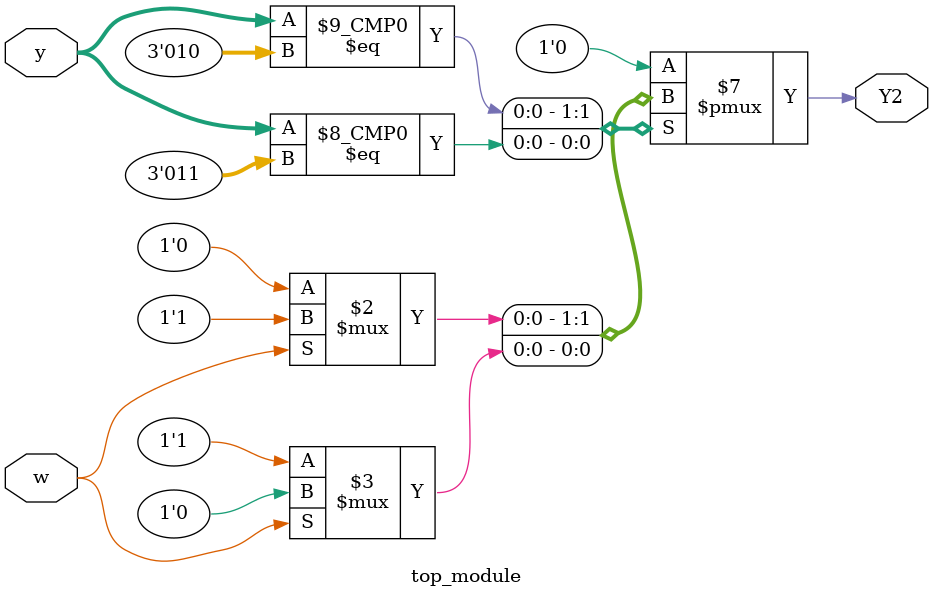
<source format=sv>
module top_module(
    input [3:1] y,
    input w,
    output reg Y2);

    always @(*) begin
        case (y)
            3'b000: Y2 = 1'b0; // State A
            3'b001: Y2 = 1'b0; // State B
            3'b010: Y2 = w ? 1'b1 : 1'b0; // State C
            3'b011: Y2 = w ? 1'b0 : 1'b1; // State D
            3'b100: Y2 = 1'b0; // State E
            3'b101: Y2 = 1'b0; // State F
            default: Y2 = 1'b0; // Default case
        endcase
    end

endmodule

</source>
